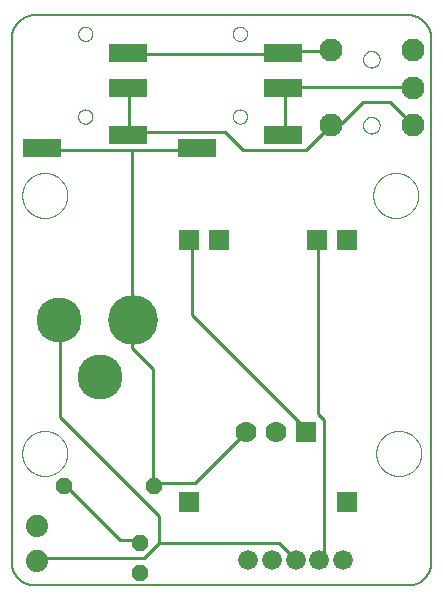
<source format=gtl>
G75*
%MOIN*%
%OFA0B0*%
%FSLAX25Y25*%
%IPPOS*%
%LPD*%
%AMOC8*
5,1,8,0,0,1.08239X$1,22.5*
%
%ADD10C,0.00787*%
%ADD11C,0.00000*%
%ADD12C,0.07400*%
%ADD13C,0.07000*%
%ADD14R,0.07000X0.07000*%
%ADD15OC8,0.05200*%
%ADD16C,0.06600*%
%ADD17R,0.06600X0.06600*%
%ADD18C,0.07677*%
%ADD19R,0.12500X0.06000*%
%ADD20C,0.16598*%
%ADD21C,0.15024*%
%ADD22C,0.01000*%
D10*
X0018063Y0020900D02*
X0018063Y0195317D01*
X0018065Y0195507D01*
X0018072Y0195697D01*
X0018084Y0195887D01*
X0018100Y0196077D01*
X0018120Y0196266D01*
X0018146Y0196455D01*
X0018175Y0196643D01*
X0018210Y0196830D01*
X0018249Y0197016D01*
X0018292Y0197201D01*
X0018340Y0197386D01*
X0018392Y0197569D01*
X0018448Y0197750D01*
X0018509Y0197930D01*
X0018575Y0198109D01*
X0018644Y0198286D01*
X0018718Y0198462D01*
X0018796Y0198635D01*
X0018879Y0198807D01*
X0018965Y0198976D01*
X0019055Y0199144D01*
X0019150Y0199309D01*
X0019248Y0199472D01*
X0019351Y0199632D01*
X0019457Y0199790D01*
X0019567Y0199945D01*
X0019680Y0200098D01*
X0019798Y0200248D01*
X0019919Y0200394D01*
X0020043Y0200538D01*
X0020171Y0200679D01*
X0020302Y0200817D01*
X0020437Y0200952D01*
X0020575Y0201083D01*
X0020716Y0201211D01*
X0020860Y0201335D01*
X0021006Y0201456D01*
X0021156Y0201574D01*
X0021309Y0201687D01*
X0021464Y0201797D01*
X0021622Y0201903D01*
X0021782Y0202006D01*
X0021945Y0202104D01*
X0022110Y0202199D01*
X0022278Y0202289D01*
X0022447Y0202375D01*
X0022619Y0202458D01*
X0022792Y0202536D01*
X0022968Y0202610D01*
X0023145Y0202679D01*
X0023324Y0202745D01*
X0023504Y0202806D01*
X0023685Y0202862D01*
X0023868Y0202914D01*
X0024053Y0202962D01*
X0024238Y0203005D01*
X0024424Y0203044D01*
X0024611Y0203079D01*
X0024799Y0203108D01*
X0024988Y0203134D01*
X0025177Y0203154D01*
X0025367Y0203170D01*
X0025557Y0203182D01*
X0025747Y0203189D01*
X0025937Y0203191D01*
X0150031Y0203191D01*
X0150221Y0203189D01*
X0150411Y0203182D01*
X0150601Y0203170D01*
X0150791Y0203154D01*
X0150980Y0203134D01*
X0151169Y0203108D01*
X0151357Y0203079D01*
X0151544Y0203044D01*
X0151730Y0203005D01*
X0151915Y0202962D01*
X0152100Y0202914D01*
X0152283Y0202862D01*
X0152464Y0202806D01*
X0152644Y0202745D01*
X0152823Y0202679D01*
X0153000Y0202610D01*
X0153176Y0202536D01*
X0153349Y0202458D01*
X0153521Y0202375D01*
X0153690Y0202289D01*
X0153858Y0202199D01*
X0154023Y0202104D01*
X0154186Y0202006D01*
X0154346Y0201903D01*
X0154504Y0201797D01*
X0154659Y0201687D01*
X0154812Y0201574D01*
X0154962Y0201456D01*
X0155108Y0201335D01*
X0155252Y0201211D01*
X0155393Y0201083D01*
X0155531Y0200952D01*
X0155666Y0200817D01*
X0155797Y0200679D01*
X0155925Y0200538D01*
X0156049Y0200394D01*
X0156170Y0200248D01*
X0156288Y0200098D01*
X0156401Y0199945D01*
X0156511Y0199790D01*
X0156617Y0199632D01*
X0156720Y0199472D01*
X0156818Y0199309D01*
X0156913Y0199144D01*
X0157003Y0198976D01*
X0157089Y0198807D01*
X0157172Y0198635D01*
X0157250Y0198462D01*
X0157324Y0198286D01*
X0157393Y0198109D01*
X0157459Y0197930D01*
X0157520Y0197750D01*
X0157576Y0197569D01*
X0157628Y0197386D01*
X0157676Y0197201D01*
X0157719Y0197016D01*
X0157758Y0196830D01*
X0157793Y0196643D01*
X0157822Y0196455D01*
X0157848Y0196266D01*
X0157868Y0196077D01*
X0157884Y0195887D01*
X0157896Y0195697D01*
X0157903Y0195507D01*
X0157905Y0195317D01*
X0157906Y0195317D02*
X0157906Y0020900D01*
X0157905Y0020900D02*
X0157903Y0020710D01*
X0157896Y0020520D01*
X0157884Y0020330D01*
X0157868Y0020140D01*
X0157848Y0019951D01*
X0157822Y0019762D01*
X0157793Y0019574D01*
X0157758Y0019387D01*
X0157719Y0019201D01*
X0157676Y0019016D01*
X0157628Y0018831D01*
X0157576Y0018648D01*
X0157520Y0018467D01*
X0157459Y0018287D01*
X0157393Y0018108D01*
X0157324Y0017931D01*
X0157250Y0017755D01*
X0157172Y0017582D01*
X0157089Y0017410D01*
X0157003Y0017241D01*
X0156913Y0017073D01*
X0156818Y0016908D01*
X0156720Y0016745D01*
X0156617Y0016585D01*
X0156511Y0016427D01*
X0156401Y0016272D01*
X0156288Y0016119D01*
X0156170Y0015969D01*
X0156049Y0015823D01*
X0155925Y0015679D01*
X0155797Y0015538D01*
X0155666Y0015400D01*
X0155531Y0015265D01*
X0155393Y0015134D01*
X0155252Y0015006D01*
X0155108Y0014882D01*
X0154962Y0014761D01*
X0154812Y0014643D01*
X0154659Y0014530D01*
X0154504Y0014420D01*
X0154346Y0014314D01*
X0154186Y0014211D01*
X0154023Y0014113D01*
X0153858Y0014018D01*
X0153690Y0013928D01*
X0153521Y0013842D01*
X0153349Y0013759D01*
X0153176Y0013681D01*
X0153000Y0013607D01*
X0152823Y0013538D01*
X0152644Y0013472D01*
X0152464Y0013411D01*
X0152283Y0013355D01*
X0152100Y0013303D01*
X0151915Y0013255D01*
X0151730Y0013212D01*
X0151544Y0013173D01*
X0151357Y0013138D01*
X0151169Y0013109D01*
X0150980Y0013083D01*
X0150791Y0013063D01*
X0150601Y0013047D01*
X0150411Y0013035D01*
X0150221Y0013028D01*
X0150031Y0013026D01*
X0025937Y0013026D01*
X0025747Y0013028D01*
X0025557Y0013035D01*
X0025367Y0013047D01*
X0025177Y0013063D01*
X0024988Y0013083D01*
X0024799Y0013109D01*
X0024611Y0013138D01*
X0024424Y0013173D01*
X0024238Y0013212D01*
X0024053Y0013255D01*
X0023868Y0013303D01*
X0023685Y0013355D01*
X0023504Y0013411D01*
X0023324Y0013472D01*
X0023145Y0013538D01*
X0022968Y0013607D01*
X0022792Y0013681D01*
X0022619Y0013759D01*
X0022447Y0013842D01*
X0022278Y0013928D01*
X0022110Y0014018D01*
X0021945Y0014113D01*
X0021782Y0014211D01*
X0021622Y0014314D01*
X0021464Y0014420D01*
X0021309Y0014530D01*
X0021156Y0014643D01*
X0021006Y0014761D01*
X0020860Y0014882D01*
X0020716Y0015006D01*
X0020575Y0015134D01*
X0020437Y0015265D01*
X0020302Y0015400D01*
X0020171Y0015538D01*
X0020043Y0015679D01*
X0019919Y0015823D01*
X0019798Y0015969D01*
X0019680Y0016119D01*
X0019567Y0016272D01*
X0019457Y0016427D01*
X0019351Y0016585D01*
X0019248Y0016745D01*
X0019150Y0016908D01*
X0019055Y0017073D01*
X0018965Y0017241D01*
X0018879Y0017410D01*
X0018796Y0017582D01*
X0018718Y0017755D01*
X0018644Y0017931D01*
X0018575Y0018108D01*
X0018509Y0018287D01*
X0018448Y0018467D01*
X0018392Y0018648D01*
X0018340Y0018831D01*
X0018292Y0019016D01*
X0018249Y0019201D01*
X0018210Y0019387D01*
X0018175Y0019574D01*
X0018146Y0019762D01*
X0018120Y0019951D01*
X0018100Y0020140D01*
X0018084Y0020330D01*
X0018072Y0020520D01*
X0018065Y0020710D01*
X0018063Y0020900D01*
D11*
X0021563Y0057026D02*
X0021565Y0057210D01*
X0021572Y0057394D01*
X0021583Y0057578D01*
X0021599Y0057761D01*
X0021619Y0057944D01*
X0021644Y0058126D01*
X0021673Y0058308D01*
X0021707Y0058489D01*
X0021745Y0058669D01*
X0021788Y0058848D01*
X0021835Y0059026D01*
X0021886Y0059203D01*
X0021942Y0059379D01*
X0022001Y0059553D01*
X0022066Y0059725D01*
X0022134Y0059896D01*
X0022206Y0060065D01*
X0022283Y0060233D01*
X0022364Y0060398D01*
X0022449Y0060561D01*
X0022537Y0060723D01*
X0022630Y0060882D01*
X0022727Y0061038D01*
X0022827Y0061193D01*
X0022931Y0061345D01*
X0023039Y0061494D01*
X0023150Y0061640D01*
X0023265Y0061784D01*
X0023384Y0061925D01*
X0023506Y0062063D01*
X0023631Y0062198D01*
X0023760Y0062329D01*
X0023891Y0062458D01*
X0024026Y0062583D01*
X0024164Y0062705D01*
X0024305Y0062824D01*
X0024449Y0062939D01*
X0024595Y0063050D01*
X0024744Y0063158D01*
X0024896Y0063262D01*
X0025051Y0063362D01*
X0025207Y0063459D01*
X0025366Y0063552D01*
X0025528Y0063640D01*
X0025691Y0063725D01*
X0025856Y0063806D01*
X0026024Y0063883D01*
X0026193Y0063955D01*
X0026364Y0064023D01*
X0026536Y0064088D01*
X0026710Y0064147D01*
X0026886Y0064203D01*
X0027063Y0064254D01*
X0027241Y0064301D01*
X0027420Y0064344D01*
X0027600Y0064382D01*
X0027781Y0064416D01*
X0027963Y0064445D01*
X0028145Y0064470D01*
X0028328Y0064490D01*
X0028511Y0064506D01*
X0028695Y0064517D01*
X0028879Y0064524D01*
X0029063Y0064526D01*
X0029247Y0064524D01*
X0029431Y0064517D01*
X0029615Y0064506D01*
X0029798Y0064490D01*
X0029981Y0064470D01*
X0030163Y0064445D01*
X0030345Y0064416D01*
X0030526Y0064382D01*
X0030706Y0064344D01*
X0030885Y0064301D01*
X0031063Y0064254D01*
X0031240Y0064203D01*
X0031416Y0064147D01*
X0031590Y0064088D01*
X0031762Y0064023D01*
X0031933Y0063955D01*
X0032102Y0063883D01*
X0032270Y0063806D01*
X0032435Y0063725D01*
X0032598Y0063640D01*
X0032760Y0063552D01*
X0032919Y0063459D01*
X0033075Y0063362D01*
X0033230Y0063262D01*
X0033382Y0063158D01*
X0033531Y0063050D01*
X0033677Y0062939D01*
X0033821Y0062824D01*
X0033962Y0062705D01*
X0034100Y0062583D01*
X0034235Y0062458D01*
X0034366Y0062329D01*
X0034495Y0062198D01*
X0034620Y0062063D01*
X0034742Y0061925D01*
X0034861Y0061784D01*
X0034976Y0061640D01*
X0035087Y0061494D01*
X0035195Y0061345D01*
X0035299Y0061193D01*
X0035399Y0061038D01*
X0035496Y0060882D01*
X0035589Y0060723D01*
X0035677Y0060561D01*
X0035762Y0060398D01*
X0035843Y0060233D01*
X0035920Y0060065D01*
X0035992Y0059896D01*
X0036060Y0059725D01*
X0036125Y0059553D01*
X0036184Y0059379D01*
X0036240Y0059203D01*
X0036291Y0059026D01*
X0036338Y0058848D01*
X0036381Y0058669D01*
X0036419Y0058489D01*
X0036453Y0058308D01*
X0036482Y0058126D01*
X0036507Y0057944D01*
X0036527Y0057761D01*
X0036543Y0057578D01*
X0036554Y0057394D01*
X0036561Y0057210D01*
X0036563Y0057026D01*
X0036561Y0056842D01*
X0036554Y0056658D01*
X0036543Y0056474D01*
X0036527Y0056291D01*
X0036507Y0056108D01*
X0036482Y0055926D01*
X0036453Y0055744D01*
X0036419Y0055563D01*
X0036381Y0055383D01*
X0036338Y0055204D01*
X0036291Y0055026D01*
X0036240Y0054849D01*
X0036184Y0054673D01*
X0036125Y0054499D01*
X0036060Y0054327D01*
X0035992Y0054156D01*
X0035920Y0053987D01*
X0035843Y0053819D01*
X0035762Y0053654D01*
X0035677Y0053491D01*
X0035589Y0053329D01*
X0035496Y0053170D01*
X0035399Y0053014D01*
X0035299Y0052859D01*
X0035195Y0052707D01*
X0035087Y0052558D01*
X0034976Y0052412D01*
X0034861Y0052268D01*
X0034742Y0052127D01*
X0034620Y0051989D01*
X0034495Y0051854D01*
X0034366Y0051723D01*
X0034235Y0051594D01*
X0034100Y0051469D01*
X0033962Y0051347D01*
X0033821Y0051228D01*
X0033677Y0051113D01*
X0033531Y0051002D01*
X0033382Y0050894D01*
X0033230Y0050790D01*
X0033075Y0050690D01*
X0032919Y0050593D01*
X0032760Y0050500D01*
X0032598Y0050412D01*
X0032435Y0050327D01*
X0032270Y0050246D01*
X0032102Y0050169D01*
X0031933Y0050097D01*
X0031762Y0050029D01*
X0031590Y0049964D01*
X0031416Y0049905D01*
X0031240Y0049849D01*
X0031063Y0049798D01*
X0030885Y0049751D01*
X0030706Y0049708D01*
X0030526Y0049670D01*
X0030345Y0049636D01*
X0030163Y0049607D01*
X0029981Y0049582D01*
X0029798Y0049562D01*
X0029615Y0049546D01*
X0029431Y0049535D01*
X0029247Y0049528D01*
X0029063Y0049526D01*
X0028879Y0049528D01*
X0028695Y0049535D01*
X0028511Y0049546D01*
X0028328Y0049562D01*
X0028145Y0049582D01*
X0027963Y0049607D01*
X0027781Y0049636D01*
X0027600Y0049670D01*
X0027420Y0049708D01*
X0027241Y0049751D01*
X0027063Y0049798D01*
X0026886Y0049849D01*
X0026710Y0049905D01*
X0026536Y0049964D01*
X0026364Y0050029D01*
X0026193Y0050097D01*
X0026024Y0050169D01*
X0025856Y0050246D01*
X0025691Y0050327D01*
X0025528Y0050412D01*
X0025366Y0050500D01*
X0025207Y0050593D01*
X0025051Y0050690D01*
X0024896Y0050790D01*
X0024744Y0050894D01*
X0024595Y0051002D01*
X0024449Y0051113D01*
X0024305Y0051228D01*
X0024164Y0051347D01*
X0024026Y0051469D01*
X0023891Y0051594D01*
X0023760Y0051723D01*
X0023631Y0051854D01*
X0023506Y0051989D01*
X0023384Y0052127D01*
X0023265Y0052268D01*
X0023150Y0052412D01*
X0023039Y0052558D01*
X0022931Y0052707D01*
X0022827Y0052859D01*
X0022727Y0053014D01*
X0022630Y0053170D01*
X0022537Y0053329D01*
X0022449Y0053491D01*
X0022364Y0053654D01*
X0022283Y0053819D01*
X0022206Y0053987D01*
X0022134Y0054156D01*
X0022066Y0054327D01*
X0022001Y0054499D01*
X0021942Y0054673D01*
X0021886Y0054849D01*
X0021835Y0055026D01*
X0021788Y0055204D01*
X0021745Y0055383D01*
X0021707Y0055563D01*
X0021673Y0055744D01*
X0021644Y0055926D01*
X0021619Y0056108D01*
X0021599Y0056291D01*
X0021583Y0056474D01*
X0021572Y0056658D01*
X0021565Y0056842D01*
X0021563Y0057026D01*
X0021563Y0143026D02*
X0021565Y0143210D01*
X0021572Y0143394D01*
X0021583Y0143578D01*
X0021599Y0143761D01*
X0021619Y0143944D01*
X0021644Y0144126D01*
X0021673Y0144308D01*
X0021707Y0144489D01*
X0021745Y0144669D01*
X0021788Y0144848D01*
X0021835Y0145026D01*
X0021886Y0145203D01*
X0021942Y0145379D01*
X0022001Y0145553D01*
X0022066Y0145725D01*
X0022134Y0145896D01*
X0022206Y0146065D01*
X0022283Y0146233D01*
X0022364Y0146398D01*
X0022449Y0146561D01*
X0022537Y0146723D01*
X0022630Y0146882D01*
X0022727Y0147038D01*
X0022827Y0147193D01*
X0022931Y0147345D01*
X0023039Y0147494D01*
X0023150Y0147640D01*
X0023265Y0147784D01*
X0023384Y0147925D01*
X0023506Y0148063D01*
X0023631Y0148198D01*
X0023760Y0148329D01*
X0023891Y0148458D01*
X0024026Y0148583D01*
X0024164Y0148705D01*
X0024305Y0148824D01*
X0024449Y0148939D01*
X0024595Y0149050D01*
X0024744Y0149158D01*
X0024896Y0149262D01*
X0025051Y0149362D01*
X0025207Y0149459D01*
X0025366Y0149552D01*
X0025528Y0149640D01*
X0025691Y0149725D01*
X0025856Y0149806D01*
X0026024Y0149883D01*
X0026193Y0149955D01*
X0026364Y0150023D01*
X0026536Y0150088D01*
X0026710Y0150147D01*
X0026886Y0150203D01*
X0027063Y0150254D01*
X0027241Y0150301D01*
X0027420Y0150344D01*
X0027600Y0150382D01*
X0027781Y0150416D01*
X0027963Y0150445D01*
X0028145Y0150470D01*
X0028328Y0150490D01*
X0028511Y0150506D01*
X0028695Y0150517D01*
X0028879Y0150524D01*
X0029063Y0150526D01*
X0029247Y0150524D01*
X0029431Y0150517D01*
X0029615Y0150506D01*
X0029798Y0150490D01*
X0029981Y0150470D01*
X0030163Y0150445D01*
X0030345Y0150416D01*
X0030526Y0150382D01*
X0030706Y0150344D01*
X0030885Y0150301D01*
X0031063Y0150254D01*
X0031240Y0150203D01*
X0031416Y0150147D01*
X0031590Y0150088D01*
X0031762Y0150023D01*
X0031933Y0149955D01*
X0032102Y0149883D01*
X0032270Y0149806D01*
X0032435Y0149725D01*
X0032598Y0149640D01*
X0032760Y0149552D01*
X0032919Y0149459D01*
X0033075Y0149362D01*
X0033230Y0149262D01*
X0033382Y0149158D01*
X0033531Y0149050D01*
X0033677Y0148939D01*
X0033821Y0148824D01*
X0033962Y0148705D01*
X0034100Y0148583D01*
X0034235Y0148458D01*
X0034366Y0148329D01*
X0034495Y0148198D01*
X0034620Y0148063D01*
X0034742Y0147925D01*
X0034861Y0147784D01*
X0034976Y0147640D01*
X0035087Y0147494D01*
X0035195Y0147345D01*
X0035299Y0147193D01*
X0035399Y0147038D01*
X0035496Y0146882D01*
X0035589Y0146723D01*
X0035677Y0146561D01*
X0035762Y0146398D01*
X0035843Y0146233D01*
X0035920Y0146065D01*
X0035992Y0145896D01*
X0036060Y0145725D01*
X0036125Y0145553D01*
X0036184Y0145379D01*
X0036240Y0145203D01*
X0036291Y0145026D01*
X0036338Y0144848D01*
X0036381Y0144669D01*
X0036419Y0144489D01*
X0036453Y0144308D01*
X0036482Y0144126D01*
X0036507Y0143944D01*
X0036527Y0143761D01*
X0036543Y0143578D01*
X0036554Y0143394D01*
X0036561Y0143210D01*
X0036563Y0143026D01*
X0036561Y0142842D01*
X0036554Y0142658D01*
X0036543Y0142474D01*
X0036527Y0142291D01*
X0036507Y0142108D01*
X0036482Y0141926D01*
X0036453Y0141744D01*
X0036419Y0141563D01*
X0036381Y0141383D01*
X0036338Y0141204D01*
X0036291Y0141026D01*
X0036240Y0140849D01*
X0036184Y0140673D01*
X0036125Y0140499D01*
X0036060Y0140327D01*
X0035992Y0140156D01*
X0035920Y0139987D01*
X0035843Y0139819D01*
X0035762Y0139654D01*
X0035677Y0139491D01*
X0035589Y0139329D01*
X0035496Y0139170D01*
X0035399Y0139014D01*
X0035299Y0138859D01*
X0035195Y0138707D01*
X0035087Y0138558D01*
X0034976Y0138412D01*
X0034861Y0138268D01*
X0034742Y0138127D01*
X0034620Y0137989D01*
X0034495Y0137854D01*
X0034366Y0137723D01*
X0034235Y0137594D01*
X0034100Y0137469D01*
X0033962Y0137347D01*
X0033821Y0137228D01*
X0033677Y0137113D01*
X0033531Y0137002D01*
X0033382Y0136894D01*
X0033230Y0136790D01*
X0033075Y0136690D01*
X0032919Y0136593D01*
X0032760Y0136500D01*
X0032598Y0136412D01*
X0032435Y0136327D01*
X0032270Y0136246D01*
X0032102Y0136169D01*
X0031933Y0136097D01*
X0031762Y0136029D01*
X0031590Y0135964D01*
X0031416Y0135905D01*
X0031240Y0135849D01*
X0031063Y0135798D01*
X0030885Y0135751D01*
X0030706Y0135708D01*
X0030526Y0135670D01*
X0030345Y0135636D01*
X0030163Y0135607D01*
X0029981Y0135582D01*
X0029798Y0135562D01*
X0029615Y0135546D01*
X0029431Y0135535D01*
X0029247Y0135528D01*
X0029063Y0135526D01*
X0028879Y0135528D01*
X0028695Y0135535D01*
X0028511Y0135546D01*
X0028328Y0135562D01*
X0028145Y0135582D01*
X0027963Y0135607D01*
X0027781Y0135636D01*
X0027600Y0135670D01*
X0027420Y0135708D01*
X0027241Y0135751D01*
X0027063Y0135798D01*
X0026886Y0135849D01*
X0026710Y0135905D01*
X0026536Y0135964D01*
X0026364Y0136029D01*
X0026193Y0136097D01*
X0026024Y0136169D01*
X0025856Y0136246D01*
X0025691Y0136327D01*
X0025528Y0136412D01*
X0025366Y0136500D01*
X0025207Y0136593D01*
X0025051Y0136690D01*
X0024896Y0136790D01*
X0024744Y0136894D01*
X0024595Y0137002D01*
X0024449Y0137113D01*
X0024305Y0137228D01*
X0024164Y0137347D01*
X0024026Y0137469D01*
X0023891Y0137594D01*
X0023760Y0137723D01*
X0023631Y0137854D01*
X0023506Y0137989D01*
X0023384Y0138127D01*
X0023265Y0138268D01*
X0023150Y0138412D01*
X0023039Y0138558D01*
X0022931Y0138707D01*
X0022827Y0138859D01*
X0022727Y0139014D01*
X0022630Y0139170D01*
X0022537Y0139329D01*
X0022449Y0139491D01*
X0022364Y0139654D01*
X0022283Y0139819D01*
X0022206Y0139987D01*
X0022134Y0140156D01*
X0022066Y0140327D01*
X0022001Y0140499D01*
X0021942Y0140673D01*
X0021886Y0140849D01*
X0021835Y0141026D01*
X0021788Y0141204D01*
X0021745Y0141383D01*
X0021707Y0141563D01*
X0021673Y0141744D01*
X0021644Y0141926D01*
X0021619Y0142108D01*
X0021599Y0142291D01*
X0021583Y0142474D01*
X0021572Y0142658D01*
X0021565Y0142842D01*
X0021563Y0143026D01*
X0040197Y0169333D02*
X0040199Y0169430D01*
X0040205Y0169527D01*
X0040215Y0169623D01*
X0040229Y0169719D01*
X0040247Y0169815D01*
X0040268Y0169909D01*
X0040294Y0170003D01*
X0040323Y0170095D01*
X0040357Y0170186D01*
X0040393Y0170276D01*
X0040434Y0170364D01*
X0040478Y0170450D01*
X0040526Y0170535D01*
X0040577Y0170617D01*
X0040631Y0170698D01*
X0040689Y0170776D01*
X0040750Y0170851D01*
X0040813Y0170924D01*
X0040880Y0170995D01*
X0040950Y0171062D01*
X0041022Y0171127D01*
X0041097Y0171188D01*
X0041175Y0171247D01*
X0041254Y0171302D01*
X0041336Y0171354D01*
X0041420Y0171402D01*
X0041506Y0171447D01*
X0041594Y0171489D01*
X0041683Y0171527D01*
X0041774Y0171561D01*
X0041866Y0171591D01*
X0041959Y0171618D01*
X0042054Y0171640D01*
X0042149Y0171659D01*
X0042245Y0171674D01*
X0042341Y0171685D01*
X0042438Y0171692D01*
X0042535Y0171695D01*
X0042632Y0171694D01*
X0042729Y0171689D01*
X0042825Y0171680D01*
X0042921Y0171667D01*
X0043017Y0171650D01*
X0043112Y0171629D01*
X0043205Y0171605D01*
X0043298Y0171576D01*
X0043390Y0171544D01*
X0043480Y0171508D01*
X0043568Y0171469D01*
X0043655Y0171425D01*
X0043740Y0171379D01*
X0043823Y0171328D01*
X0043904Y0171275D01*
X0043982Y0171218D01*
X0044059Y0171158D01*
X0044132Y0171095D01*
X0044203Y0171029D01*
X0044271Y0170960D01*
X0044337Y0170888D01*
X0044399Y0170814D01*
X0044458Y0170737D01*
X0044514Y0170658D01*
X0044567Y0170576D01*
X0044617Y0170493D01*
X0044662Y0170407D01*
X0044705Y0170320D01*
X0044744Y0170231D01*
X0044779Y0170141D01*
X0044810Y0170049D01*
X0044837Y0169956D01*
X0044861Y0169862D01*
X0044881Y0169767D01*
X0044897Y0169671D01*
X0044909Y0169575D01*
X0044917Y0169478D01*
X0044921Y0169381D01*
X0044921Y0169285D01*
X0044917Y0169188D01*
X0044909Y0169091D01*
X0044897Y0168995D01*
X0044881Y0168899D01*
X0044861Y0168804D01*
X0044837Y0168710D01*
X0044810Y0168617D01*
X0044779Y0168525D01*
X0044744Y0168435D01*
X0044705Y0168346D01*
X0044662Y0168259D01*
X0044617Y0168173D01*
X0044567Y0168090D01*
X0044514Y0168008D01*
X0044458Y0167929D01*
X0044399Y0167852D01*
X0044337Y0167778D01*
X0044271Y0167706D01*
X0044203Y0167637D01*
X0044132Y0167571D01*
X0044059Y0167508D01*
X0043982Y0167448D01*
X0043904Y0167391D01*
X0043823Y0167338D01*
X0043740Y0167287D01*
X0043655Y0167241D01*
X0043568Y0167197D01*
X0043480Y0167158D01*
X0043390Y0167122D01*
X0043298Y0167090D01*
X0043205Y0167061D01*
X0043112Y0167037D01*
X0043017Y0167016D01*
X0042921Y0166999D01*
X0042825Y0166986D01*
X0042729Y0166977D01*
X0042632Y0166972D01*
X0042535Y0166971D01*
X0042438Y0166974D01*
X0042341Y0166981D01*
X0042245Y0166992D01*
X0042149Y0167007D01*
X0042054Y0167026D01*
X0041959Y0167048D01*
X0041866Y0167075D01*
X0041774Y0167105D01*
X0041683Y0167139D01*
X0041594Y0167177D01*
X0041506Y0167219D01*
X0041420Y0167264D01*
X0041336Y0167312D01*
X0041254Y0167364D01*
X0041175Y0167419D01*
X0041097Y0167478D01*
X0041022Y0167539D01*
X0040950Y0167604D01*
X0040880Y0167671D01*
X0040813Y0167742D01*
X0040750Y0167815D01*
X0040689Y0167890D01*
X0040631Y0167968D01*
X0040577Y0168049D01*
X0040526Y0168131D01*
X0040478Y0168216D01*
X0040434Y0168302D01*
X0040393Y0168390D01*
X0040357Y0168480D01*
X0040323Y0168571D01*
X0040294Y0168663D01*
X0040268Y0168757D01*
X0040247Y0168851D01*
X0040229Y0168947D01*
X0040215Y0169043D01*
X0040205Y0169139D01*
X0040199Y0169236D01*
X0040197Y0169333D01*
X0040197Y0196892D02*
X0040199Y0196989D01*
X0040205Y0197086D01*
X0040215Y0197182D01*
X0040229Y0197278D01*
X0040247Y0197374D01*
X0040268Y0197468D01*
X0040294Y0197562D01*
X0040323Y0197654D01*
X0040357Y0197745D01*
X0040393Y0197835D01*
X0040434Y0197923D01*
X0040478Y0198009D01*
X0040526Y0198094D01*
X0040577Y0198176D01*
X0040631Y0198257D01*
X0040689Y0198335D01*
X0040750Y0198410D01*
X0040813Y0198483D01*
X0040880Y0198554D01*
X0040950Y0198621D01*
X0041022Y0198686D01*
X0041097Y0198747D01*
X0041175Y0198806D01*
X0041254Y0198861D01*
X0041336Y0198913D01*
X0041420Y0198961D01*
X0041506Y0199006D01*
X0041594Y0199048D01*
X0041683Y0199086D01*
X0041774Y0199120D01*
X0041866Y0199150D01*
X0041959Y0199177D01*
X0042054Y0199199D01*
X0042149Y0199218D01*
X0042245Y0199233D01*
X0042341Y0199244D01*
X0042438Y0199251D01*
X0042535Y0199254D01*
X0042632Y0199253D01*
X0042729Y0199248D01*
X0042825Y0199239D01*
X0042921Y0199226D01*
X0043017Y0199209D01*
X0043112Y0199188D01*
X0043205Y0199164D01*
X0043298Y0199135D01*
X0043390Y0199103D01*
X0043480Y0199067D01*
X0043568Y0199028D01*
X0043655Y0198984D01*
X0043740Y0198938D01*
X0043823Y0198887D01*
X0043904Y0198834D01*
X0043982Y0198777D01*
X0044059Y0198717D01*
X0044132Y0198654D01*
X0044203Y0198588D01*
X0044271Y0198519D01*
X0044337Y0198447D01*
X0044399Y0198373D01*
X0044458Y0198296D01*
X0044514Y0198217D01*
X0044567Y0198135D01*
X0044617Y0198052D01*
X0044662Y0197966D01*
X0044705Y0197879D01*
X0044744Y0197790D01*
X0044779Y0197700D01*
X0044810Y0197608D01*
X0044837Y0197515D01*
X0044861Y0197421D01*
X0044881Y0197326D01*
X0044897Y0197230D01*
X0044909Y0197134D01*
X0044917Y0197037D01*
X0044921Y0196940D01*
X0044921Y0196844D01*
X0044917Y0196747D01*
X0044909Y0196650D01*
X0044897Y0196554D01*
X0044881Y0196458D01*
X0044861Y0196363D01*
X0044837Y0196269D01*
X0044810Y0196176D01*
X0044779Y0196084D01*
X0044744Y0195994D01*
X0044705Y0195905D01*
X0044662Y0195818D01*
X0044617Y0195732D01*
X0044567Y0195649D01*
X0044514Y0195567D01*
X0044458Y0195488D01*
X0044399Y0195411D01*
X0044337Y0195337D01*
X0044271Y0195265D01*
X0044203Y0195196D01*
X0044132Y0195130D01*
X0044059Y0195067D01*
X0043982Y0195007D01*
X0043904Y0194950D01*
X0043823Y0194897D01*
X0043740Y0194846D01*
X0043655Y0194800D01*
X0043568Y0194756D01*
X0043480Y0194717D01*
X0043390Y0194681D01*
X0043298Y0194649D01*
X0043205Y0194620D01*
X0043112Y0194596D01*
X0043017Y0194575D01*
X0042921Y0194558D01*
X0042825Y0194545D01*
X0042729Y0194536D01*
X0042632Y0194531D01*
X0042535Y0194530D01*
X0042438Y0194533D01*
X0042341Y0194540D01*
X0042245Y0194551D01*
X0042149Y0194566D01*
X0042054Y0194585D01*
X0041959Y0194607D01*
X0041866Y0194634D01*
X0041774Y0194664D01*
X0041683Y0194698D01*
X0041594Y0194736D01*
X0041506Y0194778D01*
X0041420Y0194823D01*
X0041336Y0194871D01*
X0041254Y0194923D01*
X0041175Y0194978D01*
X0041097Y0195037D01*
X0041022Y0195098D01*
X0040950Y0195163D01*
X0040880Y0195230D01*
X0040813Y0195301D01*
X0040750Y0195374D01*
X0040689Y0195449D01*
X0040631Y0195527D01*
X0040577Y0195608D01*
X0040526Y0195690D01*
X0040478Y0195775D01*
X0040434Y0195861D01*
X0040393Y0195949D01*
X0040357Y0196039D01*
X0040323Y0196130D01*
X0040294Y0196222D01*
X0040268Y0196316D01*
X0040247Y0196410D01*
X0040229Y0196506D01*
X0040215Y0196602D01*
X0040205Y0196698D01*
X0040199Y0196795D01*
X0040197Y0196892D01*
X0091748Y0196892D02*
X0091750Y0196989D01*
X0091756Y0197086D01*
X0091766Y0197182D01*
X0091780Y0197278D01*
X0091798Y0197374D01*
X0091819Y0197468D01*
X0091845Y0197562D01*
X0091874Y0197654D01*
X0091908Y0197745D01*
X0091944Y0197835D01*
X0091985Y0197923D01*
X0092029Y0198009D01*
X0092077Y0198094D01*
X0092128Y0198176D01*
X0092182Y0198257D01*
X0092240Y0198335D01*
X0092301Y0198410D01*
X0092364Y0198483D01*
X0092431Y0198554D01*
X0092501Y0198621D01*
X0092573Y0198686D01*
X0092648Y0198747D01*
X0092726Y0198806D01*
X0092805Y0198861D01*
X0092887Y0198913D01*
X0092971Y0198961D01*
X0093057Y0199006D01*
X0093145Y0199048D01*
X0093234Y0199086D01*
X0093325Y0199120D01*
X0093417Y0199150D01*
X0093510Y0199177D01*
X0093605Y0199199D01*
X0093700Y0199218D01*
X0093796Y0199233D01*
X0093892Y0199244D01*
X0093989Y0199251D01*
X0094086Y0199254D01*
X0094183Y0199253D01*
X0094280Y0199248D01*
X0094376Y0199239D01*
X0094472Y0199226D01*
X0094568Y0199209D01*
X0094663Y0199188D01*
X0094756Y0199164D01*
X0094849Y0199135D01*
X0094941Y0199103D01*
X0095031Y0199067D01*
X0095119Y0199028D01*
X0095206Y0198984D01*
X0095291Y0198938D01*
X0095374Y0198887D01*
X0095455Y0198834D01*
X0095533Y0198777D01*
X0095610Y0198717D01*
X0095683Y0198654D01*
X0095754Y0198588D01*
X0095822Y0198519D01*
X0095888Y0198447D01*
X0095950Y0198373D01*
X0096009Y0198296D01*
X0096065Y0198217D01*
X0096118Y0198135D01*
X0096168Y0198052D01*
X0096213Y0197966D01*
X0096256Y0197879D01*
X0096295Y0197790D01*
X0096330Y0197700D01*
X0096361Y0197608D01*
X0096388Y0197515D01*
X0096412Y0197421D01*
X0096432Y0197326D01*
X0096448Y0197230D01*
X0096460Y0197134D01*
X0096468Y0197037D01*
X0096472Y0196940D01*
X0096472Y0196844D01*
X0096468Y0196747D01*
X0096460Y0196650D01*
X0096448Y0196554D01*
X0096432Y0196458D01*
X0096412Y0196363D01*
X0096388Y0196269D01*
X0096361Y0196176D01*
X0096330Y0196084D01*
X0096295Y0195994D01*
X0096256Y0195905D01*
X0096213Y0195818D01*
X0096168Y0195732D01*
X0096118Y0195649D01*
X0096065Y0195567D01*
X0096009Y0195488D01*
X0095950Y0195411D01*
X0095888Y0195337D01*
X0095822Y0195265D01*
X0095754Y0195196D01*
X0095683Y0195130D01*
X0095610Y0195067D01*
X0095533Y0195007D01*
X0095455Y0194950D01*
X0095374Y0194897D01*
X0095291Y0194846D01*
X0095206Y0194800D01*
X0095119Y0194756D01*
X0095031Y0194717D01*
X0094941Y0194681D01*
X0094849Y0194649D01*
X0094756Y0194620D01*
X0094663Y0194596D01*
X0094568Y0194575D01*
X0094472Y0194558D01*
X0094376Y0194545D01*
X0094280Y0194536D01*
X0094183Y0194531D01*
X0094086Y0194530D01*
X0093989Y0194533D01*
X0093892Y0194540D01*
X0093796Y0194551D01*
X0093700Y0194566D01*
X0093605Y0194585D01*
X0093510Y0194607D01*
X0093417Y0194634D01*
X0093325Y0194664D01*
X0093234Y0194698D01*
X0093145Y0194736D01*
X0093057Y0194778D01*
X0092971Y0194823D01*
X0092887Y0194871D01*
X0092805Y0194923D01*
X0092726Y0194978D01*
X0092648Y0195037D01*
X0092573Y0195098D01*
X0092501Y0195163D01*
X0092431Y0195230D01*
X0092364Y0195301D01*
X0092301Y0195374D01*
X0092240Y0195449D01*
X0092182Y0195527D01*
X0092128Y0195608D01*
X0092077Y0195690D01*
X0092029Y0195775D01*
X0091985Y0195861D01*
X0091944Y0195949D01*
X0091908Y0196039D01*
X0091874Y0196130D01*
X0091845Y0196222D01*
X0091819Y0196316D01*
X0091798Y0196410D01*
X0091780Y0196506D01*
X0091766Y0196602D01*
X0091756Y0196698D01*
X0091750Y0196795D01*
X0091748Y0196892D01*
X0091748Y0169333D02*
X0091750Y0169430D01*
X0091756Y0169527D01*
X0091766Y0169623D01*
X0091780Y0169719D01*
X0091798Y0169815D01*
X0091819Y0169909D01*
X0091845Y0170003D01*
X0091874Y0170095D01*
X0091908Y0170186D01*
X0091944Y0170276D01*
X0091985Y0170364D01*
X0092029Y0170450D01*
X0092077Y0170535D01*
X0092128Y0170617D01*
X0092182Y0170698D01*
X0092240Y0170776D01*
X0092301Y0170851D01*
X0092364Y0170924D01*
X0092431Y0170995D01*
X0092501Y0171062D01*
X0092573Y0171127D01*
X0092648Y0171188D01*
X0092726Y0171247D01*
X0092805Y0171302D01*
X0092887Y0171354D01*
X0092971Y0171402D01*
X0093057Y0171447D01*
X0093145Y0171489D01*
X0093234Y0171527D01*
X0093325Y0171561D01*
X0093417Y0171591D01*
X0093510Y0171618D01*
X0093605Y0171640D01*
X0093700Y0171659D01*
X0093796Y0171674D01*
X0093892Y0171685D01*
X0093989Y0171692D01*
X0094086Y0171695D01*
X0094183Y0171694D01*
X0094280Y0171689D01*
X0094376Y0171680D01*
X0094472Y0171667D01*
X0094568Y0171650D01*
X0094663Y0171629D01*
X0094756Y0171605D01*
X0094849Y0171576D01*
X0094941Y0171544D01*
X0095031Y0171508D01*
X0095119Y0171469D01*
X0095206Y0171425D01*
X0095291Y0171379D01*
X0095374Y0171328D01*
X0095455Y0171275D01*
X0095533Y0171218D01*
X0095610Y0171158D01*
X0095683Y0171095D01*
X0095754Y0171029D01*
X0095822Y0170960D01*
X0095888Y0170888D01*
X0095950Y0170814D01*
X0096009Y0170737D01*
X0096065Y0170658D01*
X0096118Y0170576D01*
X0096168Y0170493D01*
X0096213Y0170407D01*
X0096256Y0170320D01*
X0096295Y0170231D01*
X0096330Y0170141D01*
X0096361Y0170049D01*
X0096388Y0169956D01*
X0096412Y0169862D01*
X0096432Y0169767D01*
X0096448Y0169671D01*
X0096460Y0169575D01*
X0096468Y0169478D01*
X0096472Y0169381D01*
X0096472Y0169285D01*
X0096468Y0169188D01*
X0096460Y0169091D01*
X0096448Y0168995D01*
X0096432Y0168899D01*
X0096412Y0168804D01*
X0096388Y0168710D01*
X0096361Y0168617D01*
X0096330Y0168525D01*
X0096295Y0168435D01*
X0096256Y0168346D01*
X0096213Y0168259D01*
X0096168Y0168173D01*
X0096118Y0168090D01*
X0096065Y0168008D01*
X0096009Y0167929D01*
X0095950Y0167852D01*
X0095888Y0167778D01*
X0095822Y0167706D01*
X0095754Y0167637D01*
X0095683Y0167571D01*
X0095610Y0167508D01*
X0095533Y0167448D01*
X0095455Y0167391D01*
X0095374Y0167338D01*
X0095291Y0167287D01*
X0095206Y0167241D01*
X0095119Y0167197D01*
X0095031Y0167158D01*
X0094941Y0167122D01*
X0094849Y0167090D01*
X0094756Y0167061D01*
X0094663Y0167037D01*
X0094568Y0167016D01*
X0094472Y0166999D01*
X0094376Y0166986D01*
X0094280Y0166977D01*
X0094183Y0166972D01*
X0094086Y0166971D01*
X0093989Y0166974D01*
X0093892Y0166981D01*
X0093796Y0166992D01*
X0093700Y0167007D01*
X0093605Y0167026D01*
X0093510Y0167048D01*
X0093417Y0167075D01*
X0093325Y0167105D01*
X0093234Y0167139D01*
X0093145Y0167177D01*
X0093057Y0167219D01*
X0092971Y0167264D01*
X0092887Y0167312D01*
X0092805Y0167364D01*
X0092726Y0167419D01*
X0092648Y0167478D01*
X0092573Y0167539D01*
X0092501Y0167604D01*
X0092431Y0167671D01*
X0092364Y0167742D01*
X0092301Y0167815D01*
X0092240Y0167890D01*
X0092182Y0167968D01*
X0092128Y0168049D01*
X0092077Y0168131D01*
X0092029Y0168216D01*
X0091985Y0168302D01*
X0091944Y0168390D01*
X0091908Y0168480D01*
X0091874Y0168571D01*
X0091845Y0168663D01*
X0091819Y0168757D01*
X0091798Y0168851D01*
X0091780Y0168947D01*
X0091766Y0169043D01*
X0091756Y0169139D01*
X0091750Y0169236D01*
X0091748Y0169333D01*
X0135173Y0166443D02*
X0135175Y0166548D01*
X0135181Y0166653D01*
X0135191Y0166757D01*
X0135205Y0166861D01*
X0135223Y0166965D01*
X0135245Y0167067D01*
X0135270Y0167169D01*
X0135300Y0167270D01*
X0135333Y0167369D01*
X0135370Y0167467D01*
X0135411Y0167564D01*
X0135456Y0167659D01*
X0135504Y0167752D01*
X0135555Y0167844D01*
X0135611Y0167933D01*
X0135669Y0168020D01*
X0135731Y0168105D01*
X0135795Y0168188D01*
X0135863Y0168268D01*
X0135934Y0168345D01*
X0136008Y0168419D01*
X0136085Y0168491D01*
X0136164Y0168560D01*
X0136246Y0168625D01*
X0136330Y0168688D01*
X0136417Y0168747D01*
X0136506Y0168803D01*
X0136597Y0168856D01*
X0136690Y0168905D01*
X0136784Y0168950D01*
X0136880Y0168992D01*
X0136978Y0169030D01*
X0137077Y0169064D01*
X0137178Y0169095D01*
X0137279Y0169121D01*
X0137382Y0169144D01*
X0137485Y0169163D01*
X0137589Y0169178D01*
X0137693Y0169189D01*
X0137798Y0169196D01*
X0137903Y0169199D01*
X0138008Y0169198D01*
X0138113Y0169193D01*
X0138217Y0169184D01*
X0138321Y0169171D01*
X0138425Y0169154D01*
X0138528Y0169133D01*
X0138630Y0169108D01*
X0138731Y0169080D01*
X0138830Y0169047D01*
X0138929Y0169011D01*
X0139026Y0168971D01*
X0139121Y0168928D01*
X0139215Y0168880D01*
X0139307Y0168830D01*
X0139397Y0168776D01*
X0139485Y0168718D01*
X0139570Y0168657D01*
X0139653Y0168593D01*
X0139734Y0168526D01*
X0139812Y0168456D01*
X0139887Y0168382D01*
X0139959Y0168307D01*
X0140029Y0168228D01*
X0140095Y0168147D01*
X0140159Y0168063D01*
X0140219Y0167977D01*
X0140275Y0167889D01*
X0140329Y0167798D01*
X0140379Y0167706D01*
X0140425Y0167612D01*
X0140468Y0167516D01*
X0140507Y0167418D01*
X0140542Y0167320D01*
X0140573Y0167219D01*
X0140601Y0167118D01*
X0140625Y0167016D01*
X0140645Y0166913D01*
X0140661Y0166809D01*
X0140673Y0166705D01*
X0140681Y0166600D01*
X0140685Y0166495D01*
X0140685Y0166391D01*
X0140681Y0166286D01*
X0140673Y0166181D01*
X0140661Y0166077D01*
X0140645Y0165973D01*
X0140625Y0165870D01*
X0140601Y0165768D01*
X0140573Y0165667D01*
X0140542Y0165566D01*
X0140507Y0165468D01*
X0140468Y0165370D01*
X0140425Y0165274D01*
X0140379Y0165180D01*
X0140329Y0165088D01*
X0140275Y0164997D01*
X0140219Y0164909D01*
X0140159Y0164823D01*
X0140095Y0164739D01*
X0140029Y0164658D01*
X0139959Y0164579D01*
X0139887Y0164504D01*
X0139812Y0164430D01*
X0139734Y0164360D01*
X0139653Y0164293D01*
X0139570Y0164229D01*
X0139485Y0164168D01*
X0139397Y0164110D01*
X0139307Y0164056D01*
X0139215Y0164006D01*
X0139121Y0163958D01*
X0139026Y0163915D01*
X0138929Y0163875D01*
X0138830Y0163839D01*
X0138731Y0163806D01*
X0138630Y0163778D01*
X0138528Y0163753D01*
X0138425Y0163732D01*
X0138321Y0163715D01*
X0138217Y0163702D01*
X0138113Y0163693D01*
X0138008Y0163688D01*
X0137903Y0163687D01*
X0137798Y0163690D01*
X0137693Y0163697D01*
X0137589Y0163708D01*
X0137485Y0163723D01*
X0137382Y0163742D01*
X0137279Y0163765D01*
X0137178Y0163791D01*
X0137077Y0163822D01*
X0136978Y0163856D01*
X0136880Y0163894D01*
X0136784Y0163936D01*
X0136690Y0163981D01*
X0136597Y0164030D01*
X0136506Y0164083D01*
X0136417Y0164139D01*
X0136330Y0164198D01*
X0136246Y0164261D01*
X0136164Y0164326D01*
X0136085Y0164395D01*
X0136008Y0164467D01*
X0135934Y0164541D01*
X0135863Y0164618D01*
X0135795Y0164698D01*
X0135731Y0164781D01*
X0135669Y0164866D01*
X0135611Y0164953D01*
X0135555Y0165042D01*
X0135504Y0165134D01*
X0135456Y0165227D01*
X0135411Y0165322D01*
X0135370Y0165419D01*
X0135333Y0165517D01*
X0135300Y0165616D01*
X0135270Y0165717D01*
X0135245Y0165819D01*
X0135223Y0165921D01*
X0135205Y0166025D01*
X0135191Y0166129D01*
X0135181Y0166233D01*
X0135175Y0166338D01*
X0135173Y0166443D01*
X0135173Y0188443D02*
X0135175Y0188548D01*
X0135181Y0188653D01*
X0135191Y0188757D01*
X0135205Y0188861D01*
X0135223Y0188965D01*
X0135245Y0189067D01*
X0135270Y0189169D01*
X0135300Y0189270D01*
X0135333Y0189369D01*
X0135370Y0189467D01*
X0135411Y0189564D01*
X0135456Y0189659D01*
X0135504Y0189752D01*
X0135555Y0189844D01*
X0135611Y0189933D01*
X0135669Y0190020D01*
X0135731Y0190105D01*
X0135795Y0190188D01*
X0135863Y0190268D01*
X0135934Y0190345D01*
X0136008Y0190419D01*
X0136085Y0190491D01*
X0136164Y0190560D01*
X0136246Y0190625D01*
X0136330Y0190688D01*
X0136417Y0190747D01*
X0136506Y0190803D01*
X0136597Y0190856D01*
X0136690Y0190905D01*
X0136784Y0190950D01*
X0136880Y0190992D01*
X0136978Y0191030D01*
X0137077Y0191064D01*
X0137178Y0191095D01*
X0137279Y0191121D01*
X0137382Y0191144D01*
X0137485Y0191163D01*
X0137589Y0191178D01*
X0137693Y0191189D01*
X0137798Y0191196D01*
X0137903Y0191199D01*
X0138008Y0191198D01*
X0138113Y0191193D01*
X0138217Y0191184D01*
X0138321Y0191171D01*
X0138425Y0191154D01*
X0138528Y0191133D01*
X0138630Y0191108D01*
X0138731Y0191080D01*
X0138830Y0191047D01*
X0138929Y0191011D01*
X0139026Y0190971D01*
X0139121Y0190928D01*
X0139215Y0190880D01*
X0139307Y0190830D01*
X0139397Y0190776D01*
X0139485Y0190718D01*
X0139570Y0190657D01*
X0139653Y0190593D01*
X0139734Y0190526D01*
X0139812Y0190456D01*
X0139887Y0190382D01*
X0139959Y0190307D01*
X0140029Y0190228D01*
X0140095Y0190147D01*
X0140159Y0190063D01*
X0140219Y0189977D01*
X0140275Y0189889D01*
X0140329Y0189798D01*
X0140379Y0189706D01*
X0140425Y0189612D01*
X0140468Y0189516D01*
X0140507Y0189418D01*
X0140542Y0189320D01*
X0140573Y0189219D01*
X0140601Y0189118D01*
X0140625Y0189016D01*
X0140645Y0188913D01*
X0140661Y0188809D01*
X0140673Y0188705D01*
X0140681Y0188600D01*
X0140685Y0188495D01*
X0140685Y0188391D01*
X0140681Y0188286D01*
X0140673Y0188181D01*
X0140661Y0188077D01*
X0140645Y0187973D01*
X0140625Y0187870D01*
X0140601Y0187768D01*
X0140573Y0187667D01*
X0140542Y0187566D01*
X0140507Y0187468D01*
X0140468Y0187370D01*
X0140425Y0187274D01*
X0140379Y0187180D01*
X0140329Y0187088D01*
X0140275Y0186997D01*
X0140219Y0186909D01*
X0140159Y0186823D01*
X0140095Y0186739D01*
X0140029Y0186658D01*
X0139959Y0186579D01*
X0139887Y0186504D01*
X0139812Y0186430D01*
X0139734Y0186360D01*
X0139653Y0186293D01*
X0139570Y0186229D01*
X0139485Y0186168D01*
X0139397Y0186110D01*
X0139307Y0186056D01*
X0139215Y0186006D01*
X0139121Y0185958D01*
X0139026Y0185915D01*
X0138929Y0185875D01*
X0138830Y0185839D01*
X0138731Y0185806D01*
X0138630Y0185778D01*
X0138528Y0185753D01*
X0138425Y0185732D01*
X0138321Y0185715D01*
X0138217Y0185702D01*
X0138113Y0185693D01*
X0138008Y0185688D01*
X0137903Y0185687D01*
X0137798Y0185690D01*
X0137693Y0185697D01*
X0137589Y0185708D01*
X0137485Y0185723D01*
X0137382Y0185742D01*
X0137279Y0185765D01*
X0137178Y0185791D01*
X0137077Y0185822D01*
X0136978Y0185856D01*
X0136880Y0185894D01*
X0136784Y0185936D01*
X0136690Y0185981D01*
X0136597Y0186030D01*
X0136506Y0186083D01*
X0136417Y0186139D01*
X0136330Y0186198D01*
X0136246Y0186261D01*
X0136164Y0186326D01*
X0136085Y0186395D01*
X0136008Y0186467D01*
X0135934Y0186541D01*
X0135863Y0186618D01*
X0135795Y0186698D01*
X0135731Y0186781D01*
X0135669Y0186866D01*
X0135611Y0186953D01*
X0135555Y0187042D01*
X0135504Y0187134D01*
X0135456Y0187227D01*
X0135411Y0187322D01*
X0135370Y0187419D01*
X0135333Y0187517D01*
X0135300Y0187616D01*
X0135270Y0187717D01*
X0135245Y0187819D01*
X0135223Y0187921D01*
X0135205Y0188025D01*
X0135191Y0188129D01*
X0135181Y0188233D01*
X0135175Y0188338D01*
X0135173Y0188443D01*
X0138563Y0143026D02*
X0138565Y0143210D01*
X0138572Y0143394D01*
X0138583Y0143578D01*
X0138599Y0143761D01*
X0138619Y0143944D01*
X0138644Y0144126D01*
X0138673Y0144308D01*
X0138707Y0144489D01*
X0138745Y0144669D01*
X0138788Y0144848D01*
X0138835Y0145026D01*
X0138886Y0145203D01*
X0138942Y0145379D01*
X0139001Y0145553D01*
X0139066Y0145725D01*
X0139134Y0145896D01*
X0139206Y0146065D01*
X0139283Y0146233D01*
X0139364Y0146398D01*
X0139449Y0146561D01*
X0139537Y0146723D01*
X0139630Y0146882D01*
X0139727Y0147038D01*
X0139827Y0147193D01*
X0139931Y0147345D01*
X0140039Y0147494D01*
X0140150Y0147640D01*
X0140265Y0147784D01*
X0140384Y0147925D01*
X0140506Y0148063D01*
X0140631Y0148198D01*
X0140760Y0148329D01*
X0140891Y0148458D01*
X0141026Y0148583D01*
X0141164Y0148705D01*
X0141305Y0148824D01*
X0141449Y0148939D01*
X0141595Y0149050D01*
X0141744Y0149158D01*
X0141896Y0149262D01*
X0142051Y0149362D01*
X0142207Y0149459D01*
X0142366Y0149552D01*
X0142528Y0149640D01*
X0142691Y0149725D01*
X0142856Y0149806D01*
X0143024Y0149883D01*
X0143193Y0149955D01*
X0143364Y0150023D01*
X0143536Y0150088D01*
X0143710Y0150147D01*
X0143886Y0150203D01*
X0144063Y0150254D01*
X0144241Y0150301D01*
X0144420Y0150344D01*
X0144600Y0150382D01*
X0144781Y0150416D01*
X0144963Y0150445D01*
X0145145Y0150470D01*
X0145328Y0150490D01*
X0145511Y0150506D01*
X0145695Y0150517D01*
X0145879Y0150524D01*
X0146063Y0150526D01*
X0146247Y0150524D01*
X0146431Y0150517D01*
X0146615Y0150506D01*
X0146798Y0150490D01*
X0146981Y0150470D01*
X0147163Y0150445D01*
X0147345Y0150416D01*
X0147526Y0150382D01*
X0147706Y0150344D01*
X0147885Y0150301D01*
X0148063Y0150254D01*
X0148240Y0150203D01*
X0148416Y0150147D01*
X0148590Y0150088D01*
X0148762Y0150023D01*
X0148933Y0149955D01*
X0149102Y0149883D01*
X0149270Y0149806D01*
X0149435Y0149725D01*
X0149598Y0149640D01*
X0149760Y0149552D01*
X0149919Y0149459D01*
X0150075Y0149362D01*
X0150230Y0149262D01*
X0150382Y0149158D01*
X0150531Y0149050D01*
X0150677Y0148939D01*
X0150821Y0148824D01*
X0150962Y0148705D01*
X0151100Y0148583D01*
X0151235Y0148458D01*
X0151366Y0148329D01*
X0151495Y0148198D01*
X0151620Y0148063D01*
X0151742Y0147925D01*
X0151861Y0147784D01*
X0151976Y0147640D01*
X0152087Y0147494D01*
X0152195Y0147345D01*
X0152299Y0147193D01*
X0152399Y0147038D01*
X0152496Y0146882D01*
X0152589Y0146723D01*
X0152677Y0146561D01*
X0152762Y0146398D01*
X0152843Y0146233D01*
X0152920Y0146065D01*
X0152992Y0145896D01*
X0153060Y0145725D01*
X0153125Y0145553D01*
X0153184Y0145379D01*
X0153240Y0145203D01*
X0153291Y0145026D01*
X0153338Y0144848D01*
X0153381Y0144669D01*
X0153419Y0144489D01*
X0153453Y0144308D01*
X0153482Y0144126D01*
X0153507Y0143944D01*
X0153527Y0143761D01*
X0153543Y0143578D01*
X0153554Y0143394D01*
X0153561Y0143210D01*
X0153563Y0143026D01*
X0153561Y0142842D01*
X0153554Y0142658D01*
X0153543Y0142474D01*
X0153527Y0142291D01*
X0153507Y0142108D01*
X0153482Y0141926D01*
X0153453Y0141744D01*
X0153419Y0141563D01*
X0153381Y0141383D01*
X0153338Y0141204D01*
X0153291Y0141026D01*
X0153240Y0140849D01*
X0153184Y0140673D01*
X0153125Y0140499D01*
X0153060Y0140327D01*
X0152992Y0140156D01*
X0152920Y0139987D01*
X0152843Y0139819D01*
X0152762Y0139654D01*
X0152677Y0139491D01*
X0152589Y0139329D01*
X0152496Y0139170D01*
X0152399Y0139014D01*
X0152299Y0138859D01*
X0152195Y0138707D01*
X0152087Y0138558D01*
X0151976Y0138412D01*
X0151861Y0138268D01*
X0151742Y0138127D01*
X0151620Y0137989D01*
X0151495Y0137854D01*
X0151366Y0137723D01*
X0151235Y0137594D01*
X0151100Y0137469D01*
X0150962Y0137347D01*
X0150821Y0137228D01*
X0150677Y0137113D01*
X0150531Y0137002D01*
X0150382Y0136894D01*
X0150230Y0136790D01*
X0150075Y0136690D01*
X0149919Y0136593D01*
X0149760Y0136500D01*
X0149598Y0136412D01*
X0149435Y0136327D01*
X0149270Y0136246D01*
X0149102Y0136169D01*
X0148933Y0136097D01*
X0148762Y0136029D01*
X0148590Y0135964D01*
X0148416Y0135905D01*
X0148240Y0135849D01*
X0148063Y0135798D01*
X0147885Y0135751D01*
X0147706Y0135708D01*
X0147526Y0135670D01*
X0147345Y0135636D01*
X0147163Y0135607D01*
X0146981Y0135582D01*
X0146798Y0135562D01*
X0146615Y0135546D01*
X0146431Y0135535D01*
X0146247Y0135528D01*
X0146063Y0135526D01*
X0145879Y0135528D01*
X0145695Y0135535D01*
X0145511Y0135546D01*
X0145328Y0135562D01*
X0145145Y0135582D01*
X0144963Y0135607D01*
X0144781Y0135636D01*
X0144600Y0135670D01*
X0144420Y0135708D01*
X0144241Y0135751D01*
X0144063Y0135798D01*
X0143886Y0135849D01*
X0143710Y0135905D01*
X0143536Y0135964D01*
X0143364Y0136029D01*
X0143193Y0136097D01*
X0143024Y0136169D01*
X0142856Y0136246D01*
X0142691Y0136327D01*
X0142528Y0136412D01*
X0142366Y0136500D01*
X0142207Y0136593D01*
X0142051Y0136690D01*
X0141896Y0136790D01*
X0141744Y0136894D01*
X0141595Y0137002D01*
X0141449Y0137113D01*
X0141305Y0137228D01*
X0141164Y0137347D01*
X0141026Y0137469D01*
X0140891Y0137594D01*
X0140760Y0137723D01*
X0140631Y0137854D01*
X0140506Y0137989D01*
X0140384Y0138127D01*
X0140265Y0138268D01*
X0140150Y0138412D01*
X0140039Y0138558D01*
X0139931Y0138707D01*
X0139827Y0138859D01*
X0139727Y0139014D01*
X0139630Y0139170D01*
X0139537Y0139329D01*
X0139449Y0139491D01*
X0139364Y0139654D01*
X0139283Y0139819D01*
X0139206Y0139987D01*
X0139134Y0140156D01*
X0139066Y0140327D01*
X0139001Y0140499D01*
X0138942Y0140673D01*
X0138886Y0140849D01*
X0138835Y0141026D01*
X0138788Y0141204D01*
X0138745Y0141383D01*
X0138707Y0141563D01*
X0138673Y0141744D01*
X0138644Y0141926D01*
X0138619Y0142108D01*
X0138599Y0142291D01*
X0138583Y0142474D01*
X0138572Y0142658D01*
X0138565Y0142842D01*
X0138563Y0143026D01*
X0139563Y0057026D02*
X0139565Y0057210D01*
X0139572Y0057394D01*
X0139583Y0057578D01*
X0139599Y0057761D01*
X0139619Y0057944D01*
X0139644Y0058126D01*
X0139673Y0058308D01*
X0139707Y0058489D01*
X0139745Y0058669D01*
X0139788Y0058848D01*
X0139835Y0059026D01*
X0139886Y0059203D01*
X0139942Y0059379D01*
X0140001Y0059553D01*
X0140066Y0059725D01*
X0140134Y0059896D01*
X0140206Y0060065D01*
X0140283Y0060233D01*
X0140364Y0060398D01*
X0140449Y0060561D01*
X0140537Y0060723D01*
X0140630Y0060882D01*
X0140727Y0061038D01*
X0140827Y0061193D01*
X0140931Y0061345D01*
X0141039Y0061494D01*
X0141150Y0061640D01*
X0141265Y0061784D01*
X0141384Y0061925D01*
X0141506Y0062063D01*
X0141631Y0062198D01*
X0141760Y0062329D01*
X0141891Y0062458D01*
X0142026Y0062583D01*
X0142164Y0062705D01*
X0142305Y0062824D01*
X0142449Y0062939D01*
X0142595Y0063050D01*
X0142744Y0063158D01*
X0142896Y0063262D01*
X0143051Y0063362D01*
X0143207Y0063459D01*
X0143366Y0063552D01*
X0143528Y0063640D01*
X0143691Y0063725D01*
X0143856Y0063806D01*
X0144024Y0063883D01*
X0144193Y0063955D01*
X0144364Y0064023D01*
X0144536Y0064088D01*
X0144710Y0064147D01*
X0144886Y0064203D01*
X0145063Y0064254D01*
X0145241Y0064301D01*
X0145420Y0064344D01*
X0145600Y0064382D01*
X0145781Y0064416D01*
X0145963Y0064445D01*
X0146145Y0064470D01*
X0146328Y0064490D01*
X0146511Y0064506D01*
X0146695Y0064517D01*
X0146879Y0064524D01*
X0147063Y0064526D01*
X0147247Y0064524D01*
X0147431Y0064517D01*
X0147615Y0064506D01*
X0147798Y0064490D01*
X0147981Y0064470D01*
X0148163Y0064445D01*
X0148345Y0064416D01*
X0148526Y0064382D01*
X0148706Y0064344D01*
X0148885Y0064301D01*
X0149063Y0064254D01*
X0149240Y0064203D01*
X0149416Y0064147D01*
X0149590Y0064088D01*
X0149762Y0064023D01*
X0149933Y0063955D01*
X0150102Y0063883D01*
X0150270Y0063806D01*
X0150435Y0063725D01*
X0150598Y0063640D01*
X0150760Y0063552D01*
X0150919Y0063459D01*
X0151075Y0063362D01*
X0151230Y0063262D01*
X0151382Y0063158D01*
X0151531Y0063050D01*
X0151677Y0062939D01*
X0151821Y0062824D01*
X0151962Y0062705D01*
X0152100Y0062583D01*
X0152235Y0062458D01*
X0152366Y0062329D01*
X0152495Y0062198D01*
X0152620Y0062063D01*
X0152742Y0061925D01*
X0152861Y0061784D01*
X0152976Y0061640D01*
X0153087Y0061494D01*
X0153195Y0061345D01*
X0153299Y0061193D01*
X0153399Y0061038D01*
X0153496Y0060882D01*
X0153589Y0060723D01*
X0153677Y0060561D01*
X0153762Y0060398D01*
X0153843Y0060233D01*
X0153920Y0060065D01*
X0153992Y0059896D01*
X0154060Y0059725D01*
X0154125Y0059553D01*
X0154184Y0059379D01*
X0154240Y0059203D01*
X0154291Y0059026D01*
X0154338Y0058848D01*
X0154381Y0058669D01*
X0154419Y0058489D01*
X0154453Y0058308D01*
X0154482Y0058126D01*
X0154507Y0057944D01*
X0154527Y0057761D01*
X0154543Y0057578D01*
X0154554Y0057394D01*
X0154561Y0057210D01*
X0154563Y0057026D01*
X0154561Y0056842D01*
X0154554Y0056658D01*
X0154543Y0056474D01*
X0154527Y0056291D01*
X0154507Y0056108D01*
X0154482Y0055926D01*
X0154453Y0055744D01*
X0154419Y0055563D01*
X0154381Y0055383D01*
X0154338Y0055204D01*
X0154291Y0055026D01*
X0154240Y0054849D01*
X0154184Y0054673D01*
X0154125Y0054499D01*
X0154060Y0054327D01*
X0153992Y0054156D01*
X0153920Y0053987D01*
X0153843Y0053819D01*
X0153762Y0053654D01*
X0153677Y0053491D01*
X0153589Y0053329D01*
X0153496Y0053170D01*
X0153399Y0053014D01*
X0153299Y0052859D01*
X0153195Y0052707D01*
X0153087Y0052558D01*
X0152976Y0052412D01*
X0152861Y0052268D01*
X0152742Y0052127D01*
X0152620Y0051989D01*
X0152495Y0051854D01*
X0152366Y0051723D01*
X0152235Y0051594D01*
X0152100Y0051469D01*
X0151962Y0051347D01*
X0151821Y0051228D01*
X0151677Y0051113D01*
X0151531Y0051002D01*
X0151382Y0050894D01*
X0151230Y0050790D01*
X0151075Y0050690D01*
X0150919Y0050593D01*
X0150760Y0050500D01*
X0150598Y0050412D01*
X0150435Y0050327D01*
X0150270Y0050246D01*
X0150102Y0050169D01*
X0149933Y0050097D01*
X0149762Y0050029D01*
X0149590Y0049964D01*
X0149416Y0049905D01*
X0149240Y0049849D01*
X0149063Y0049798D01*
X0148885Y0049751D01*
X0148706Y0049708D01*
X0148526Y0049670D01*
X0148345Y0049636D01*
X0148163Y0049607D01*
X0147981Y0049582D01*
X0147798Y0049562D01*
X0147615Y0049546D01*
X0147431Y0049535D01*
X0147247Y0049528D01*
X0147063Y0049526D01*
X0146879Y0049528D01*
X0146695Y0049535D01*
X0146511Y0049546D01*
X0146328Y0049562D01*
X0146145Y0049582D01*
X0145963Y0049607D01*
X0145781Y0049636D01*
X0145600Y0049670D01*
X0145420Y0049708D01*
X0145241Y0049751D01*
X0145063Y0049798D01*
X0144886Y0049849D01*
X0144710Y0049905D01*
X0144536Y0049964D01*
X0144364Y0050029D01*
X0144193Y0050097D01*
X0144024Y0050169D01*
X0143856Y0050246D01*
X0143691Y0050327D01*
X0143528Y0050412D01*
X0143366Y0050500D01*
X0143207Y0050593D01*
X0143051Y0050690D01*
X0142896Y0050790D01*
X0142744Y0050894D01*
X0142595Y0051002D01*
X0142449Y0051113D01*
X0142305Y0051228D01*
X0142164Y0051347D01*
X0142026Y0051469D01*
X0141891Y0051594D01*
X0141760Y0051723D01*
X0141631Y0051854D01*
X0141506Y0051989D01*
X0141384Y0052127D01*
X0141265Y0052268D01*
X0141150Y0052412D01*
X0141039Y0052558D01*
X0140931Y0052707D01*
X0140827Y0052859D01*
X0140727Y0053014D01*
X0140630Y0053170D01*
X0140537Y0053329D01*
X0140449Y0053491D01*
X0140364Y0053654D01*
X0140283Y0053819D01*
X0140206Y0053987D01*
X0140134Y0054156D01*
X0140066Y0054327D01*
X0140001Y0054499D01*
X0139942Y0054673D01*
X0139886Y0054849D01*
X0139835Y0055026D01*
X0139788Y0055204D01*
X0139745Y0055383D01*
X0139707Y0055563D01*
X0139673Y0055744D01*
X0139644Y0055926D01*
X0139619Y0056108D01*
X0139599Y0056291D01*
X0139583Y0056474D01*
X0139572Y0056658D01*
X0139565Y0056842D01*
X0139563Y0057026D01*
D12*
X0026610Y0032710D03*
X0026610Y0021310D03*
D13*
X0096291Y0064152D03*
X0106291Y0064152D03*
D14*
X0116291Y0064152D03*
D15*
X0065638Y0046100D03*
X0060909Y0027234D03*
X0060909Y0017234D03*
X0035638Y0046100D03*
D16*
X0096933Y0021526D03*
X0104807Y0021526D03*
X0112681Y0021526D03*
X0120555Y0021526D03*
X0128429Y0021526D03*
D17*
X0129681Y0040699D03*
X0077181Y0040699D03*
X0077181Y0128199D03*
X0087181Y0128199D03*
X0119681Y0128199D03*
X0129681Y0128199D03*
D18*
X0124629Y0166443D03*
X0124629Y0191443D03*
X0151929Y0191443D03*
X0151929Y0178943D03*
X0151929Y0166443D03*
D19*
X0108360Y0163033D03*
X0108360Y0178781D03*
X0108360Y0190593D03*
X0079860Y0158991D03*
X0056809Y0163033D03*
X0056809Y0178781D03*
X0056809Y0190593D03*
X0028309Y0158991D03*
D20*
X0058543Y0101451D03*
D21*
X0047323Y0082553D03*
X0033937Y0101451D03*
D22*
X0034063Y0091026D01*
X0034063Y0069026D01*
X0067063Y0036026D01*
X0067063Y0027026D01*
X0062063Y0022026D01*
X0027063Y0022026D01*
X0026610Y0021310D01*
X0035638Y0046100D02*
X0036063Y0046026D01*
X0054063Y0028026D01*
X0060063Y0028026D01*
X0060909Y0027234D01*
X0067063Y0027026D02*
X0107063Y0027026D01*
X0112063Y0022026D01*
X0112681Y0021526D01*
X0120555Y0021526D02*
X0121063Y0022026D01*
X0122063Y0023026D01*
X0122063Y0068026D01*
X0120063Y0070026D01*
X0120063Y0128026D01*
X0119681Y0128199D01*
X0116063Y0158026D02*
X0124063Y0166026D01*
X0124629Y0166443D01*
X0125063Y0167026D01*
X0128063Y0167026D01*
X0135063Y0174026D01*
X0144063Y0174026D01*
X0151063Y0167026D01*
X0151929Y0166443D01*
X0151929Y0178943D02*
X0151063Y0179026D01*
X0109063Y0179026D01*
X0108360Y0178781D01*
X0109063Y0178026D01*
X0109063Y0164026D01*
X0108360Y0163033D01*
X0116063Y0158026D02*
X0095063Y0158026D01*
X0089063Y0164026D01*
X0057063Y0164026D01*
X0056809Y0163033D01*
X0057063Y0164026D02*
X0057063Y0178026D01*
X0056809Y0178781D01*
X0057063Y0190026D02*
X0056809Y0190593D01*
X0057063Y0190026D02*
X0108063Y0190026D01*
X0108360Y0190593D01*
X0109063Y0191026D01*
X0124063Y0191026D01*
X0124629Y0191443D01*
X0079860Y0158991D02*
X0079063Y0158026D01*
X0058063Y0158026D01*
X0058063Y0092026D01*
X0065063Y0085026D01*
X0065063Y0047026D01*
X0065638Y0046100D01*
X0066063Y0047026D01*
X0079063Y0047026D01*
X0096063Y0064026D01*
X0096291Y0064152D01*
X0116063Y0065026D02*
X0116291Y0064152D01*
X0116063Y0065026D02*
X0078063Y0103026D01*
X0078063Y0128026D01*
X0077181Y0128199D01*
X0058063Y0158026D02*
X0029063Y0158026D01*
X0028309Y0158991D01*
M02*

</source>
